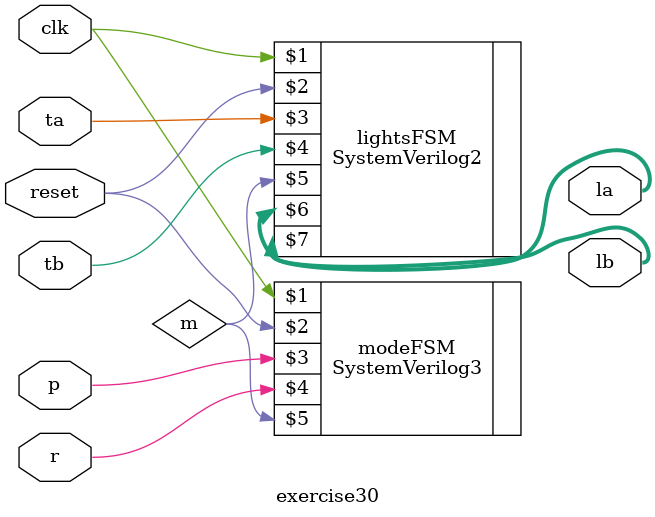
<source format=sv>
module exercise30
(
	input logic clk, reset,
	input logic p, r, ta, tb,
	output logic [1:0] la, lb
);
	logic m;
	SystemVerilog3 modeFSM(clk, reset, p, r, m);
	SystemVerilog2 lightsFSM(clk, reset, ta, tb, m, la, lb);
endmodule

</source>
